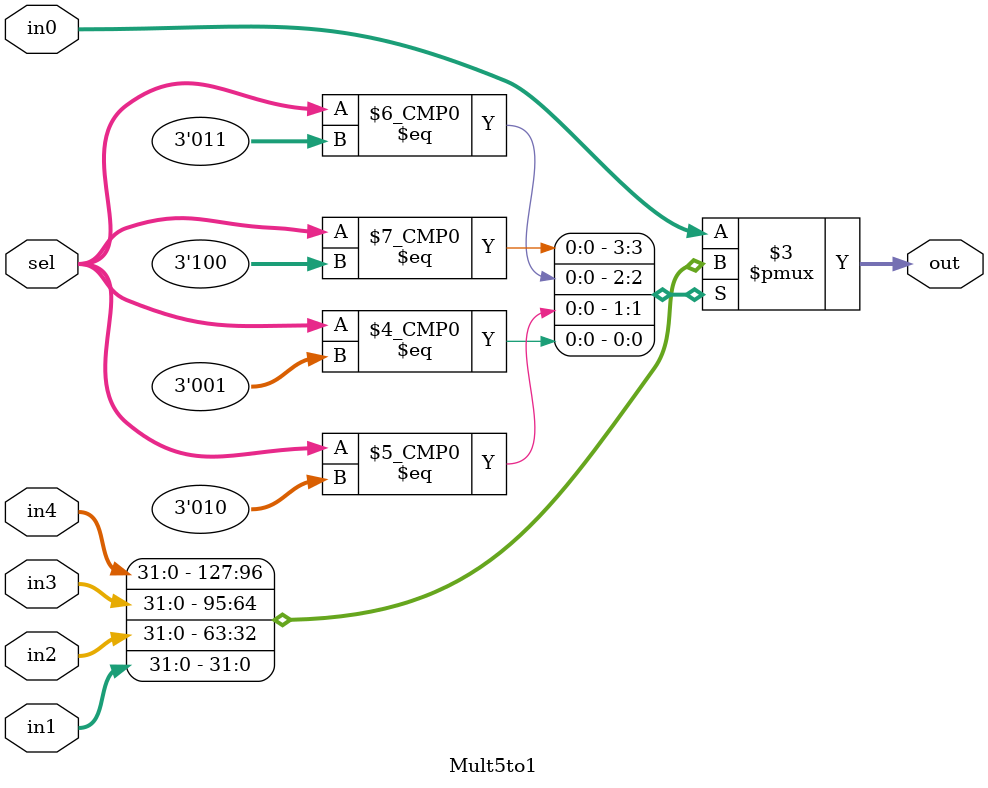
<source format=sv>
`timescale 1ns / 1ps

module Mult5to1 (
    input [31:0] in0,
    input [31:0] in1,
    input [31:0] in2,
    input [31:0] in3,
    input [31:0] in4,
    input [2:0] sel,
    output logic [31:0] out
);
    always_comb
        case (sel)
            4:       out = in4;
            3:       out = in3;
            2:       out = in2;
            1:       out = in1;
            default: out = in0;
        endcase
endmodule

</source>
